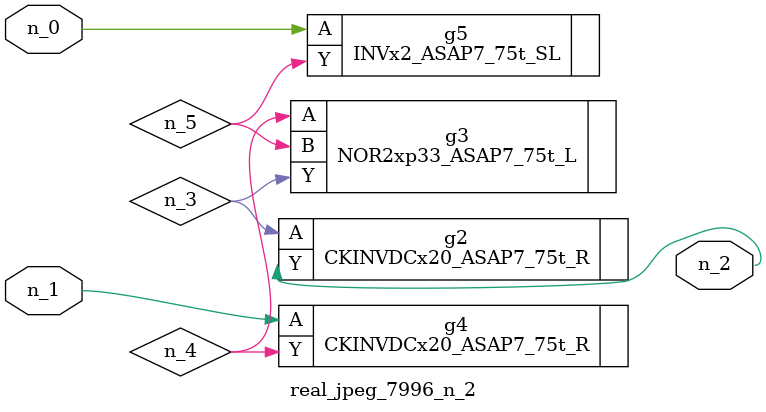
<source format=v>
module real_jpeg_7996_n_2 (n_1, n_0, n_2);

input n_1;
input n_0;

output n_2;

wire n_5;
wire n_4;
wire n_3;

INVx2_ASAP7_75t_SL g5 ( 
.A(n_0),
.Y(n_5)
);

CKINVDCx20_ASAP7_75t_R g4 ( 
.A(n_1),
.Y(n_4)
);

CKINVDCx20_ASAP7_75t_R g2 ( 
.A(n_3),
.Y(n_2)
);

NOR2xp33_ASAP7_75t_L g3 ( 
.A(n_4),
.B(n_5),
.Y(n_3)
);


endmodule
</source>
